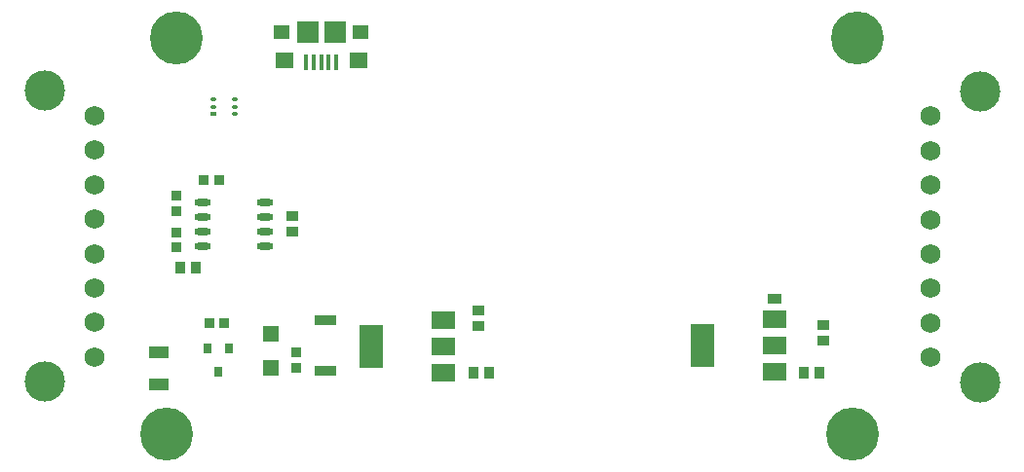
<source format=gbr>
%TF.GenerationSoftware,Altium Limited,Altium Designer,18.1.9 (240)*%
G04 Layer_Color=255*
%FSLAX26Y26*%
%MOIN*%
%TF.FileFunction,Pads,Bot*%
%TF.Part,Single*%
G01*
G75*
%TA.AperFunction,SMDPad,CuDef*%
%ADD10R,0.033465X0.037402*%
%ADD14R,0.039370X0.035433*%
%ADD15R,0.035433X0.039370*%
%ADD16R,0.037402X0.033465*%
%ADD22R,0.031496X0.035433*%
%TA.AperFunction,ViaPad*%
%ADD33C,0.181102*%
%TA.AperFunction,ComponentPad*%
%ADD34C,0.137795*%
%ADD35C,0.068898*%
%TA.AperFunction,SMDPad,CuDef*%
%ADD38R,0.019685X0.015748*%
%ADD39O,0.019685X0.015748*%
%ADD40R,0.049213X0.037402*%
%ADD41R,0.078740X0.149606*%
%ADD42R,0.078740X0.059055*%
%ADD43R,0.074803X0.035433*%
%ADD44R,0.057087X0.053150*%
%ADD45R,0.070866X0.039370*%
%ADD46R,0.074803X0.074803*%
%TA.AperFunction,ConnectorPad*%
%ADD47R,0.057087X0.051181*%
%ADD48R,0.062992X0.055118*%
%ADD49R,0.015748X0.053150*%
%TA.AperFunction,SMDPad,CuDef*%
%ADD50O,0.057087X0.023622*%
D10*
X1758504Y1346141D02*
D03*
X1809684D02*
D03*
X1739804Y1835000D02*
D03*
X1790984D02*
D03*
D14*
X3858267Y1340274D02*
D03*
Y1287126D02*
D03*
X2042400Y1713148D02*
D03*
Y1660000D02*
D03*
X2680000Y1390000D02*
D03*
Y1336852D02*
D03*
D15*
X3846574Y1175000D02*
D03*
X3793426D02*
D03*
X1660000Y1535000D02*
D03*
X1713148D02*
D03*
X2716574Y1175000D02*
D03*
X2663426D02*
D03*
D16*
X2055236Y1193190D02*
D03*
Y1244370D02*
D03*
X1645000Y1604410D02*
D03*
Y1655590D02*
D03*
Y1729410D02*
D03*
Y1780590D02*
D03*
D22*
X1752598Y1258740D02*
D03*
X1827402D02*
D03*
X1790000Y1180000D02*
D03*
D33*
X1645002Y2322835D02*
D03*
X1614173Y964567D02*
D03*
X3957652D02*
D03*
X3976378Y2322835D02*
D03*
D34*
X1195000Y1144685D02*
D03*
Y2140749D02*
D03*
X4395078Y2139449D02*
D03*
Y1143385D02*
D03*
D35*
X1365078Y2056103D02*
D03*
Y1937993D02*
D03*
Y1819883D02*
D03*
Y1701771D02*
D03*
Y1583661D02*
D03*
Y1465551D02*
D03*
Y1347441D02*
D03*
Y1229331D02*
D03*
X4225000Y1228031D02*
D03*
Y1346141D02*
D03*
Y1464251D02*
D03*
Y1582363D02*
D03*
Y1700473D02*
D03*
Y1818583D02*
D03*
Y1936693D02*
D03*
Y2054803D02*
D03*
D38*
X1771653Y2061024D02*
D03*
D39*
Y2086614D02*
D03*
Y2112205D02*
D03*
X1846457Y2061024D02*
D03*
Y2086614D02*
D03*
Y2112205D02*
D03*
D40*
X3694016Y1367309D02*
D03*
Y1428333D02*
D03*
D41*
X3445984Y1268426D02*
D03*
X2311968Y1265552D02*
D03*
D42*
X3694016Y1177874D02*
D03*
Y1268426D02*
D03*
Y1358978D02*
D03*
X2560000Y1175000D02*
D03*
Y1265552D02*
D03*
Y1356104D02*
D03*
D43*
X2155236Y1183739D02*
D03*
Y1354999D02*
D03*
D44*
X1967756Y1307440D02*
D03*
Y1191300D02*
D03*
D45*
X1585000Y1135589D02*
D03*
Y1245825D02*
D03*
D46*
X2188976Y2342520D02*
D03*
X2094488D02*
D03*
D47*
X2276574D02*
D03*
X2006890D02*
D03*
D48*
X2267716Y2246064D02*
D03*
X2015748D02*
D03*
D49*
X2192914Y2237206D02*
D03*
X2167322D02*
D03*
X2141732D02*
D03*
X2116142D02*
D03*
X2090550D02*
D03*
D50*
X1950472Y1760000D02*
D03*
Y1710000D02*
D03*
Y1660000D02*
D03*
Y1610000D02*
D03*
X1735904Y1760000D02*
D03*
Y1710000D02*
D03*
Y1660000D02*
D03*
Y1610000D02*
D03*
%TF.MD5,568c2b9065b7f286dee7c9cd6327067b*%
M02*

</source>
